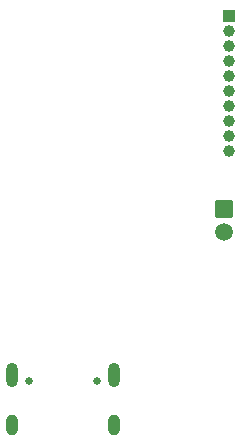
<source format=gbr>
%TF.GenerationSoftware,KiCad,Pcbnew,9.0.4*%
%TF.CreationDate,2025-09-15T16:29:57+02:00*%
%TF.ProjectId,stm32-mcu,73746d33-322d-46d6-9375-2e6b69636164,rev?*%
%TF.SameCoordinates,Original*%
%TF.FileFunction,Soldermask,Bot*%
%TF.FilePolarity,Negative*%
%FSLAX46Y46*%
G04 Gerber Fmt 4.6, Leading zero omitted, Abs format (unit mm)*
G04 Created by KiCad (PCBNEW 9.0.4) date 2025-09-15 16:29:57*
%MOMM*%
%LPD*%
G01*
G04 APERTURE LIST*
G04 Aperture macros list*
%AMRoundRect*
0 Rectangle with rounded corners*
0 $1 Rounding radius*
0 $2 $3 $4 $5 $6 $7 $8 $9 X,Y pos of 4 corners*
0 Add a 4 corners polygon primitive as box body*
4,1,4,$2,$3,$4,$5,$6,$7,$8,$9,$2,$3,0*
0 Add four circle primitives for the rounded corners*
1,1,$1+$1,$2,$3*
1,1,$1+$1,$4,$5*
1,1,$1+$1,$6,$7*
1,1,$1+$1,$8,$9*
0 Add four rect primitives between the rounded corners*
20,1,$1+$1,$2,$3,$4,$5,0*
20,1,$1+$1,$4,$5,$6,$7,0*
20,1,$1+$1,$6,$7,$8,$9,0*
20,1,$1+$1,$8,$9,$2,$3,0*%
G04 Aperture macros list end*
%ADD10C,0.650000*%
%ADD11O,1.000000X2.100000*%
%ADD12O,1.000000X1.800000*%
%ADD13R,1.000000X1.000000*%
%ADD14C,1.000000*%
%ADD15RoundRect,0.102000X0.654000X-0.654000X0.654000X0.654000X-0.654000X0.654000X-0.654000X-0.654000X0*%
%ADD16C,1.512000*%
G04 APERTURE END LIST*
D10*
%TO.C,J1*%
X137085387Y-116104149D03*
X142865387Y-116104149D03*
D11*
X135655387Y-115604149D03*
D12*
X135655387Y-119784149D03*
D11*
X144295387Y-115604149D03*
D12*
X144295387Y-119784149D03*
%TD*%
D13*
%TO.C,J2*%
X154060387Y-85184149D03*
D14*
X154060387Y-86454149D03*
X154060387Y-87724149D03*
X154060387Y-88994149D03*
X154060387Y-90264149D03*
X154060387Y-91534149D03*
X154060387Y-92804149D03*
X154060387Y-94074149D03*
X154060387Y-95344149D03*
X154060387Y-96614149D03*
%TD*%
D15*
%TO.C,J3*%
X153670000Y-101505000D03*
D16*
X153670000Y-103505000D03*
%TD*%
M02*

</source>
